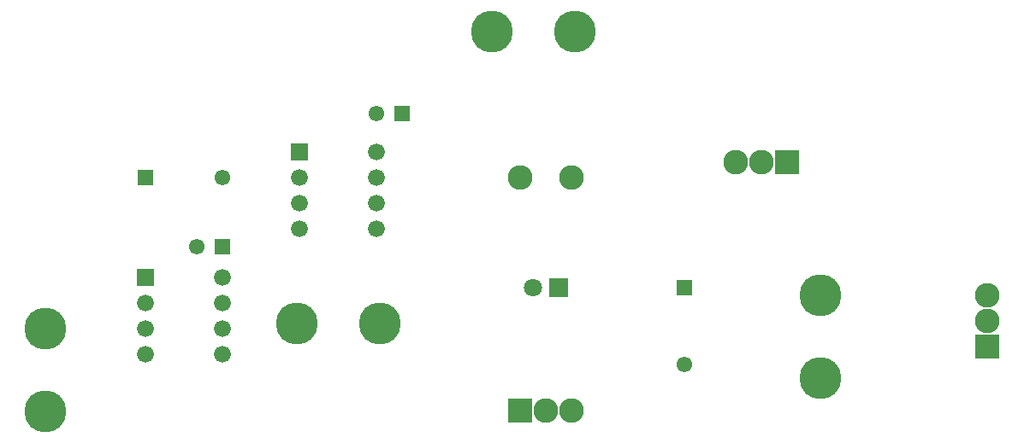
<source format=gbs>
G04 start of page 7 for group -4062 idx -4062 *
G04 Title: (unknown), soldermask *
G04 Creator: pcb 20110918 *
G04 CreationDate: Sat 16 Nov 2013 09:53:12 PM GMT UTC *
G04 For: tyrian *
G04 Format: Gerber/RS-274X *
G04 PCB-Dimensions: 800000 800000 *
G04 PCB-Coordinate-Origin: lower left *
%MOIN*%
%FSLAX25Y25*%
%LNBOTTOMMASK*%
%ADD106C,0.0660*%
%ADD105C,0.1635*%
%ADD104C,0.0610*%
%ADD103C,0.0710*%
%ADD102C,0.0960*%
%ADD101C,0.0001*%
G54D101*G36*
X498200Y608800D02*Y599200D01*
X507800D01*
Y608800D01*
X498200D01*
G37*
G54D102*X493000Y604000D03*
X483000D03*
G54D101*G36*
X410450Y558550D02*Y551450D01*
X417550D01*
Y558550D01*
X410450D01*
G37*
G54D103*X404000Y555000D03*
G54D101*G36*
X459950Y558050D02*Y551950D01*
X466050D01*
Y558050D01*
X459950D01*
G37*
G54D104*X463000Y525000D03*
G54D101*G36*
X576200Y536800D02*Y527200D01*
X585800D01*
Y536800D01*
X576200D01*
G37*
G54D102*X581000Y542000D03*
Y552000D03*
G54D105*X516000Y552142D03*
Y519661D03*
G54D102*X419000Y598000D03*
G54D101*G36*
X349950Y626050D02*Y619950D01*
X356050D01*
Y626050D01*
X349950D01*
G37*
G54D105*X387858Y655000D03*
X420339D03*
G54D102*X399000Y598000D03*
G54D104*X343000Y623000D03*
G54D105*X344339Y541000D03*
G54D101*G36*
X394200Y511800D02*Y502200D01*
X403800D01*
Y511800D01*
X394200D01*
G37*
G54D102*X409000Y507000D03*
X419000D03*
G54D101*G36*
X309700Y611300D02*Y604700D01*
X316300D01*
Y611300D01*
X309700D01*
G37*
G54D106*X313000Y598000D03*
Y588000D03*
Y578000D03*
X343000D03*
Y588000D03*
Y598000D03*
Y608000D03*
G54D101*G36*
X279950Y574050D02*Y567950D01*
X286050D01*
Y574050D01*
X279950D01*
G37*
G54D104*X273000Y571000D03*
G54D105*X311858Y541000D03*
G54D106*X283000Y529000D03*
Y539000D03*
G54D104*Y598000D03*
G54D106*Y549000D03*
Y559000D03*
G54D101*G36*
X249950Y601050D02*Y594950D01*
X256050D01*
Y601050D01*
X249950D01*
G37*
G36*
X249700Y562300D02*Y555700D01*
X256300D01*
Y562300D01*
X249700D01*
G37*
G54D106*X253000Y549000D03*
G54D105*X214000Y539142D03*
Y506661D03*
G54D106*X253000Y539000D03*
Y529000D03*
M02*

</source>
